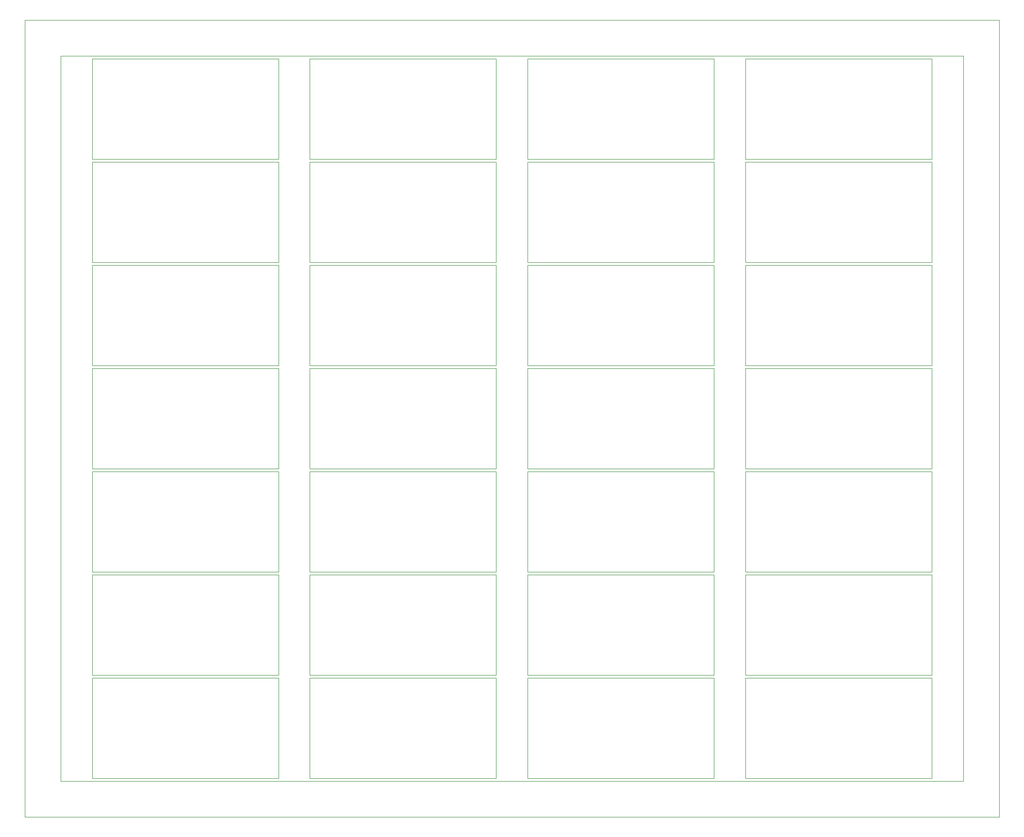
<source format=gbr>
%TF.GenerationSoftware,KiCad,Pcbnew,7.0.6*%
%TF.CreationDate,2023-08-17T21:31:53-06:00*%
%TF.ProjectId,SparkFun_Pro_Mini-ESP32_panelized,53706172-6b46-4756-9e5f-50726f5f4d69,rev?*%
%TF.SameCoordinates,Original*%
%TF.FileFunction,Profile,NP*%
%FSLAX46Y46*%
G04 Gerber Fmt 4.6, Leading zero omitted, Abs format (unit mm)*
G04 Created by KiCad (PCBNEW 7.0.6) date 2023-08-17 21:31:53*
%MOMM*%
%LPD*%
G01*
G04 APERTURE LIST*
%TA.AperFunction,Profile*%
%ADD10C,0.100000*%
%TD*%
G04 APERTURE END LIST*
D10*
X245340000Y-22900000D02*
X278360000Y-22900000D01*
X278360000Y-40680000D01*
X245340000Y-40680000D01*
X245340000Y-22900000D01*
X206740000Y-59460000D02*
X239760000Y-59460000D01*
X239760000Y-77240000D01*
X206740000Y-77240000D01*
X206740000Y-59460000D01*
X168140000Y-96020000D02*
X201160000Y-96020000D01*
X201160000Y-113800000D01*
X168140000Y-113800000D01*
X168140000Y-96020000D01*
X129540000Y-41180000D02*
X162560000Y-41180000D01*
X162560000Y-58960000D01*
X129540000Y-58960000D01*
X129540000Y-41180000D01*
X129540000Y-114300000D02*
X162560000Y-114300000D01*
X162560000Y-132080000D01*
X129540000Y-132080000D01*
X129540000Y-114300000D01*
X129540000Y-22900000D02*
X162560000Y-22900000D01*
X162560000Y-40680000D01*
X129540000Y-40680000D01*
X129540000Y-22900000D01*
X206740000Y-77740000D02*
X239760000Y-77740000D01*
X239760000Y-95520000D01*
X206740000Y-95520000D01*
X206740000Y-77740000D01*
X206740000Y-4620000D02*
X239760000Y-4620000D01*
X239760000Y-22400000D01*
X206740000Y-22400000D01*
X206740000Y-4620000D01*
X290290000Y-138930000D02*
X117610000Y-138930000D01*
X123960000Y-132580000D02*
X123960000Y-4120000D01*
X168140000Y-41180000D02*
X201160000Y-41180000D01*
X201160000Y-58960000D01*
X168140000Y-58960000D01*
X168140000Y-41180000D01*
X283940000Y-132580000D02*
X123960000Y-132580000D01*
X245340000Y-4620000D02*
X278360000Y-4620000D01*
X278360000Y-22400000D01*
X245340000Y-22400000D01*
X245340000Y-4620000D01*
X245340000Y-59460000D02*
X278360000Y-59460000D01*
X278360000Y-77240000D01*
X245340000Y-77240000D01*
X245340000Y-59460000D01*
X129540000Y-59460000D02*
X162560000Y-59460000D01*
X162560000Y-77240000D01*
X129540000Y-77240000D01*
X129540000Y-59460000D01*
X117610000Y-138930000D02*
X117610000Y2230000D01*
X168140000Y-77740000D02*
X201160000Y-77740000D01*
X201160000Y-95520000D01*
X168140000Y-95520000D01*
X168140000Y-77740000D01*
X129540000Y-4620000D02*
X162560000Y-4620000D01*
X162560000Y-22400000D01*
X129540000Y-22400000D01*
X129540000Y-4620000D01*
X206740000Y-96020000D02*
X239760000Y-96020000D01*
X239760000Y-113800000D01*
X206740000Y-113800000D01*
X206740000Y-96020000D01*
X168140000Y-114300000D02*
X201160000Y-114300000D01*
X201160000Y-132080000D01*
X168140000Y-132080000D01*
X168140000Y-114300000D01*
X290290000Y2230000D02*
X290290000Y-138930000D01*
X206740000Y-22900000D02*
X239760000Y-22900000D01*
X239760000Y-40680000D01*
X206740000Y-40680000D01*
X206740000Y-22900000D01*
X168140000Y-4620000D02*
X201160000Y-4620000D01*
X201160000Y-22400000D01*
X168140000Y-22400000D01*
X168140000Y-4620000D01*
X245340000Y-96020000D02*
X278360000Y-96020000D01*
X278360000Y-113800000D01*
X245340000Y-113800000D01*
X245340000Y-96020000D01*
X129540000Y-77740000D02*
X162560000Y-77740000D01*
X162560000Y-95520000D01*
X129540000Y-95520000D01*
X129540000Y-77740000D01*
X206740000Y-114300000D02*
X239760000Y-114300000D01*
X239760000Y-132080000D01*
X206740000Y-132080000D01*
X206740000Y-114300000D01*
X117610000Y2230000D02*
X290290000Y2230000D01*
X245340000Y-114300000D02*
X278360000Y-114300000D01*
X278360000Y-132080000D01*
X245340000Y-132080000D01*
X245340000Y-114300000D01*
X245340000Y-77740000D02*
X278360000Y-77740000D01*
X278360000Y-95520000D01*
X245340000Y-95520000D01*
X245340000Y-77740000D01*
X129540000Y-96020000D02*
X162560000Y-96020000D01*
X162560000Y-113800000D01*
X129540000Y-113800000D01*
X129540000Y-96020000D01*
X206740000Y-41180000D02*
X239760000Y-41180000D01*
X239760000Y-58960000D01*
X206740000Y-58960000D01*
X206740000Y-41180000D01*
X283940000Y-4120000D02*
X283940000Y-132580000D01*
X123960000Y-4120000D02*
X283940000Y-4120000D01*
X168140000Y-59460000D02*
X201160000Y-59460000D01*
X201160000Y-77240000D01*
X168140000Y-77240000D01*
X168140000Y-59460000D01*
X168140000Y-22900000D02*
X201160000Y-22900000D01*
X201160000Y-40680000D01*
X168140000Y-40680000D01*
X168140000Y-22900000D01*
X245340000Y-41180000D02*
X278360000Y-41180000D01*
X278360000Y-58960000D01*
X245340000Y-58960000D01*
X245340000Y-41180000D01*
M02*

</source>
